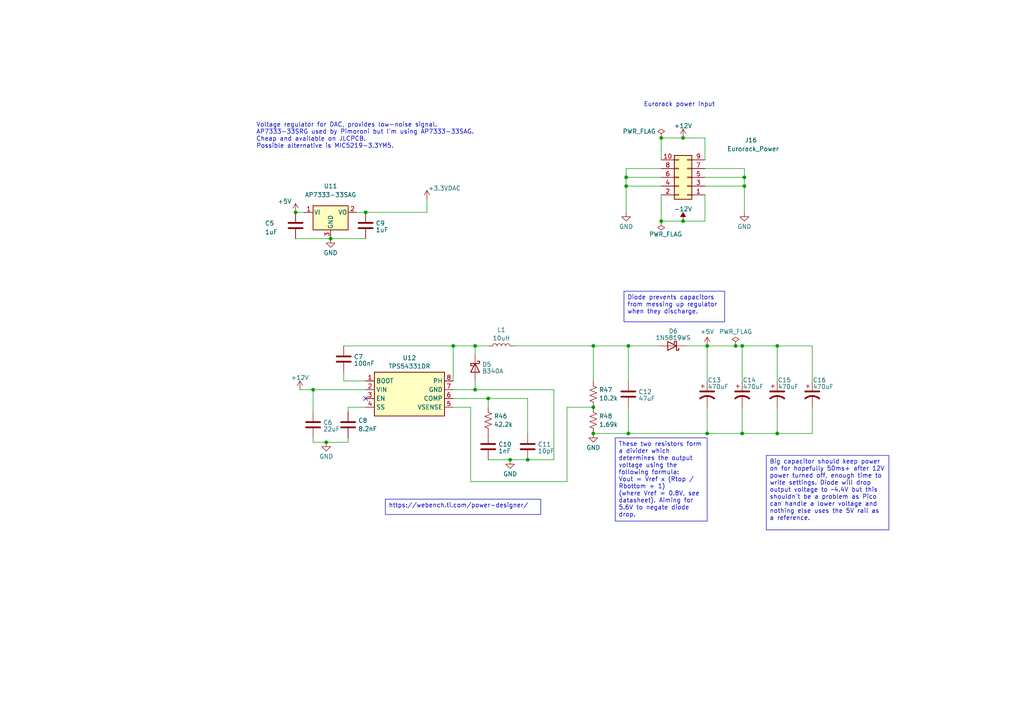
<source format=kicad_sch>
(kicad_sch (version 20250114) (generator "eeschema") (generator_version "9.0")
  (paper "A4")
  (lib_symbols
    (symbol "Connector_Generic:Conn_02x05_Odd_Even" (pin_names (offset 1.016) (hide yes))
      (property "Reference" "J" (at 1.27 7.62 0))
      (property "Value" "Conn_02x05_Odd_Even" (at 1.27 -7.62 0))
      (symbol "Conn_02x05_Odd_Even_1_1"
        (rectangle (start -1.27 6.35) (end 3.81 -6.35) (stroke (width 0.254)) (fill (type background)))
        (rectangle (start -1.27 5.207) (end 0 4.953) (stroke (width 0.1524)))
        (rectangle (start -1.27 2.667) (end 0 2.413) (stroke (width 0.1524)))
        (rectangle (start -1.27 0.127) (end 0 -0.127) (stroke (width 0.1524)))
        (rectangle (start -1.27 -2.413) (end 0 -2.667) (stroke (width 0.1524)))
        (rectangle (start -1.27 -4.953) (end 0 -5.207) (stroke (width 0.1524)))
        (rectangle (start 3.81 5.207) (end 2.54 4.953) (stroke (width 0.1524)))
        (rectangle (start 3.81 2.667) (end 2.54 2.413) (stroke (width 0.1524)))
        (rectangle (start 3.81 0.127) (end 2.54 -0.127) (stroke (width 0.1524)))
        (rectangle (start 3.81 -2.413) (end 2.54 -2.667) (stroke (width 0.1524)))
        (rectangle (start 3.81 -4.953) (end 2.54 -5.207) (stroke (width 0.1524)))
        (pin passive line (at -5.08 5.08 0) (length 3.81) (name "Pin_1") (number "1"))
        (pin passive line (at -5.08 2.54 0) (length 3.81) (name "Pin_3") (number "3"))
        (pin passive line (at -5.08 0 0) (length 3.81) (name "Pin_5") (number "5"))
        (pin passive line (at -5.08 -2.54 0) (length 3.81) (name "Pin_7") (number "7"))
        (pin passive line (at -5.08 -5.08 0) (length 3.81) (name "Pin_9") (number "9"))
        (pin passive line (at 7.62 5.08 180) (length 3.81) (name "Pin_2") (number "2"))
        (pin passive line (at 7.62 2.54 180) (length 3.81) (name "Pin_4") (number "4"))
        (pin passive line (at 7.62 0 180) (length 3.81) (name "Pin_6") (number "6"))
        (pin passive line (at 7.62 -2.54 180) (length 3.81) (name "Pin_8") (number "8"))
        (pin passive line (at 7.62 -5.08 180) (length 3.81) (name "Pin_10") (number "10"))
      )
    )
    (symbol "Device:C" (pin_numbers (hide yes)) (pin_names (offset 0.254))
      (property "Reference" "C" (at 0.635 2.54 0))
      (property "Value" "C" (at 0.635 -2.54 0))
      (symbol "C_0_1"
        (polyline (pts (xy -2.032 0.762) (xy 2.032 0.762)) (stroke (width 0.508)))
        (polyline (pts (xy -2.032 -0.762) (xy 2.032 -0.762)) (stroke (width 0.508)))
      )
      (symbol "C_1_1"
        (pin passive line (at 0 3.81 270) (length 2.794) (name "~") (number "1"))
        (pin passive line (at 0 -3.81 90) (length 2.794) (name "~") (number "2"))
      )
    )
    (symbol "Device:C_Polarized_US" (pin_numbers (hide yes)) (pin_names (offset 0.254) (hide yes))
      (property "Reference" "C" (at 0.635 2.54 0))
      (property "Value" "C_Polarized_US" (at 0.635 -2.54 0))
      (symbol "C_Polarized_US_0_1"
        (polyline (pts (xy -2.032 0.762) (xy 2.032 0.762)) (stroke (width 0.508)))
        (polyline (pts (xy -1.778 2.286) (xy -0.762 2.286)))
        (polyline (pts (xy -1.27 1.778) (xy -1.27 2.794)))
        (arc (start -2.032 -1.27) (mid 0 -0.5572) (end 2.032 -1.27) (stroke (width 0.508)))
      )
      (symbol "C_Polarized_US_1_1"
        (pin passive line (at 0 3.81 270) (length 2.794) (name "~") (number "1"))
        (pin passive line (at 0 -3.81 90) (length 3.302) (name "~") (number "2"))
      )
    )
    (symbol "Device:L" (pin_numbers (hide yes)) (pin_names (offset 1.016) (hide yes))
      (property "Reference" "L" (at -1.27 0 90))
      (property "Value" "L" (at 1.905 0 90))
      (symbol "L_0_1"
        (arc (start 0 2.54) (mid 0.6323 1.905) (end 0 1.27))
        (arc (start 0 1.27) (mid 0.6323 0.635) (end 0 0))
        (arc (start 0 0) (mid 0.6323 -0.635) (end 0 -1.27))
        (arc (start 0 -1.27) (mid 0.6323 -1.905) (end 0 -2.54))
      )
      (symbol "L_1_1"
        (pin passive line (at 0 3.81 270) (length 1.27) (name "1") (number "1"))
        (pin passive line (at 0 -3.81 90) (length 1.27) (name "2") (number "2"))
      )
    )
    (symbol "Device:R_US" (pin_numbers (hide yes)) (pin_names (offset 0))
      (property "Reference" "R" (at 2.54 0 90))
      (property "Value" "R_US" (at -2.54 0 90))
      (symbol "R_US_0_1"
        (polyline (pts (xy 0 2.286) (xy 0 2.54)))
        (polyline (pts (xy 0 2.286) (xy 1.016 1.905) (xy 0 1.524) (xy -1.016 1.143) (xy 0 0.762)))
        (polyline (pts (xy 0 0.762) (xy 1.016 0.381) (xy 0 0) (xy -1.016 -0.381) (xy 0 -0.762)))
        (polyline (pts (xy 0 -0.762) (xy 1.016 -1.143) (xy 0 -1.524) (xy -1.016 -1.905) (xy 0 -2.286)))
        (polyline (pts (xy 0 -2.286) (xy 0 -2.54)))
      )
      (symbol "R_US_1_1"
        (pin passive line (at 0 3.81 270) (length 1.27) (name "~") (number "1"))
        (pin passive line (at 0 -3.81 90) (length 1.27) (name "~") (number "2"))
      )
    )
    (symbol "Diode:1N5819WS" (pin_numbers (hide yes)) (pin_names (offset 1.016) (hide yes))
      (property "Reference" "D" (at 0 2.54 0))
      (property "Value" "1N5819WS" (at 0 -2.54 0))
      (symbol "1N5819WS_0_1"
        (polyline (pts (xy -1.905 0.635) (xy -1.905 1.27) (xy -1.27 1.27) (xy -1.27 -1.27) (xy -0.635 -1.27) (xy -0.635 -0.635)) (stroke (width 0.254)))
        (polyline (pts (xy 1.27 1.27) (xy 1.27 -1.27) (xy -1.27 0) (xy 1.27 1.27)) (stroke (width 0.254)))
        (polyline (pts (xy 1.27 0) (xy -1.27 0)))
      )
      (symbol "1N5819WS_1_1"
        (pin passive line (at -3.81 0 0) (length 2.54) (name "K") (number "1"))
        (pin passive line (at 3.81 0 180) (length 2.54) (name "A") (number "2"))
      )
    )
    (symbol "Diode:B340" (pin_numbers (hide yes)) (pin_names (offset 1.016) (hide yes))
      (property "Reference" "D" (at 0 2.54 0))
      (property "Value" "B340" (at 0 -2.54 0))
      (symbol "B340_0_1"
        (polyline (pts (xy -1.905 0.635) (xy -1.905 1.27) (xy -1.27 1.27) (xy -1.27 -1.27) (xy -0.635 -1.27) (xy -0.635 -0.635)) (stroke (width 0.254)))
        (polyline (pts (xy 1.27 1.27) (xy 1.27 -1.27) (xy -1.27 0) (xy 1.27 1.27)) (stroke (width 0.254)))
        (polyline (pts (xy 1.27 0) (xy -1.27 0)))
      )
      (symbol "B340_1_1"
        (pin passive line (at -3.81 0 0) (length 2.54) (name "K") (number "1"))
        (pin passive line (at 3.81 0 180) (length 2.54) (name "A") (number "2"))
      )
    )
    (symbol "dk2:AP7333-33SAG" (pin_names (offset 0.254))
      (property "Reference" "U11" (at 0 7.62 0))
      (property "Value" "AP7333-33SAG" (at 0 5.08 0))
      (symbol "AP7333-33SAG_0_1"
        (rectangle (start -5.08 -5.08) (end 5.08 1.905) (stroke (width 0.254)) (fill (type background)))
      )
      (symbol "AP7333-33SAG_1_1"
        (pin power_in line (at -7.62 0 0) (length 2.54) (name "VI") (number "1"))
        (pin power_in line (at 0 -7.62 90) (length 2.54) (name "GND") (number "3"))
        (pin power_out line (at 7.62 0 180) (length 2.54) (name "VO") (number "2"))
      )
    )
    (symbol "dk2:TPS54331DR"
      (property "Reference" "U12" (at 0 10.6299 0))
      (property "Value" "TPS54331DR" (at 0 8.7089 0))
      (symbol "TPS54331DR_0_1"
        (rectangle (start -10.16 7.62) (end 10.16 -5.08) (stroke (width 0.254)) (fill (type background)))
      )
      (symbol "TPS54331DR_1_1"
        (pin input line (at -12.7 5.08 0) (length 2.54) (name "BOOT") (number "1"))
        (pin power_in line (at -12.7 2.54 0) (length 2.54) (name "VIN") (number "2"))
        (pin input line (at -12.7 0 0) (length 2.54) (name "EN") (number "3"))
        (pin input line (at -12.7 -2.54 0) (length 2.54) (name "SS") (number "4"))
        (pin output line (at 12.7 5.08 180) (length 2.54) (name "PH") (number "8"))
        (pin power_in line (at 12.7 2.54 180) (length 2.54) (name "GND") (number "7"))
        (pin input line (at 12.7 0 180) (length 2.54) (name "COMP") (number "6"))
        (pin input line (at 12.7 -2.54 180) (length 2.54) (name "VSENSE") (number "5"))
      )
    )
    (symbol "power:+12V" (power) (pin_numbers (hide yes)) (pin_names (offset 0) (hide yes))
      (property "Value" "+12V" (at 0 3.556 0))
      (symbol "+12V_0_1"
        (polyline (pts (xy -0.762 1.27) (xy 0 2.54)))
        (polyline (pts (xy 0 2.54) (xy 0.762 1.27)))
        (polyline (pts (xy 0 0) (xy 0 2.54)))
      )
      (symbol "+12V_1_1"
        (pin power_in line (at 0 0 90) (length 0) (name "~") (number "1"))
      )
    )
    (symbol "power:+3.3VDAC" (power) (pin_numbers (hide yes)) (pin_names (offset 0) (hide yes))
      (property "Value" "+3.3VDAC" (at 0 3.556 0))
      (symbol "+3.3VDAC_0_0"
        (pin power_in line (at 0 0 90) (length 0) (name "~") (number "1"))
      )
      (symbol "+3.3VDAC_0_1"
        (polyline (pts (xy -0.762 1.27) (xy 0 2.54)))
        (polyline (pts (xy 0 2.54) (xy 0.762 1.27)))
        (polyline (pts (xy 0 0) (xy 0 2.54)))
      )
    )
    (symbol "power:+5V" (power) (pin_numbers (hide yes)) (pin_names (offset 0) (hide yes))
      (property "Value" "+5V" (at 0 3.556 0))
      (symbol "+5V_0_1"
        (polyline (pts (xy -0.762 1.27) (xy 0 2.54)))
        (polyline (pts (xy 0 2.54) (xy 0.762 1.27)))
        (polyline (pts (xy 0 0) (xy 0 2.54)))
      )
      (symbol "+5V_1_1"
        (pin power_in line (at 0 0 90) (length 0) (name "~") (number "1"))
      )
    )
    (symbol "power:-12V" (power) (pin_numbers (hide yes)) (pin_names (offset 0) (hide yes))
      (property "Value" "-12V" (at 0 3.556 0))
      (symbol "-12V_0_0"
        (pin power_in line (at 0 0 90) (length 0) (name "~") (number "1"))
      )
      (symbol "-12V_0_1"
        (polyline (pts (xy 0 0) (xy 0 1.27) (xy 0.762 1.27) (xy 0 2.54) (xy -0.762 1.27) (xy 0 1.27)) (fill (type outline)))
      )
    )
    (symbol "power:GND" (power) (pin_numbers (hide yes)) (pin_names (offset 0) (hide yes))
      (property "Value" "GND" (at 0 -3.81 0))
      (symbol "GND_0_1"
        (polyline (pts (xy 0 0) (xy 0 -1.27) (xy 1.27 -1.27) (xy 0 -2.54) (xy -1.27 -1.27) (xy 0 -1.27)))
      )
      (symbol "GND_1_1"
        (pin power_in line (at 0 0 270) (length 0) (name "~") (number "1"))
      )
    )
    (symbol "power:PWR_FLAG" (power) (pin_numbers (hide yes)) (pin_names (offset 0) (hide yes))
      (property "Value" "PWR_FLAG" (at 0 3.81 0))
      (symbol "PWR_FLAG_0_0"
        (pin power_out line (at 0 0 90) (length 0) (name "pwr") (number "1"))
      )
      (symbol "PWR_FLAG_0_1"
        (polyline (pts (xy 0 0) (xy 0 1.27) (xy -1.016 1.905) (xy 0 2.54) (xy 1.016 1.905) (xy 0 1.27)))
      )
    )
  )
  (text "Eurorack power input" (at 186.69 31.115 0) (effects (font (size 1.27 1.27)) (justify left bottom)))
  (text "Voltage regulator for DAC, provides low-noise signal.\nAP7333-33SRG used by Pimoroni but I'm using AP7333-33SAG.\nCheap and available on JLCPCB.\nPossible alternative is MIC5219-3.3YM5." (at 74.295 43.18 0) (effects (font (size 1.27 1.27)) (justify left bottom)))
  (text_box "https://webench.ti.com/power-designer/" (at 111.76 144.78 0) (size 45.085 4.445) (margins 0.9525 0.9525 0.9525 0.9525) (effects (font (size 1.27 1.27)) (justify left top)))
  (text_box "Diode prevents capacitors from messing up regulator when they discharge." (at 180.975 84.455 0) (size 29.21 8.89) (margins 0.9525 0.9525 0.9525 0.9525) (effects (font (size 1.27 1.27)) (justify left top)))
  (text_box "These two resistors form a divider which determines the output voltage using the following formula:\nVout = Vref x (Rtop / Rbottom + 1)\n(where Vref = 0.8V, see datasheet). Aiming for 5.6V to negate diode drop." (at 178.435 127 0) (size 26.67 24.13) (margins 0.9525 0.9525 0.9525 0.9525) (effects (font (size 1.27 1.27)) (justify left top)))
  (text_box "Big capacitor should keep power on for hopefully 50ms+ after 12V power turned off, enough time to write settings. Diode will drop output voltage to ~4.4V but this shouldn't be a problem as Pico can handle a lower voltage and nothing else uses the 5V rail as a reference." (at 222.25 132.08 0) (size 35.56 21.59) (margins 0.9525 0.9525 0.9525 0.9525) (effects (font (size 1.27 1.27)) (justify left top)))
  (junction (at 147.955 133.35))
  (junction (at 225.425 100.33))
  (junction (at 131.445 100.33))
  (junction (at 172.085 125.73))
  (junction (at 182.245 100.33))
  (junction (at 215.9 51.435))
  (junction (at 153.035 133.35))
  (junction (at 181.61 51.435))
  (junction (at 141.605 115.57))
  (junction (at 215.265 125.73))
  (junction (at 106.045 61.595))
  (junction (at 198.12 40.005))
  (junction (at 95.885 69.215))
  (junction (at 215.9 53.975))
  (junction (at 205.105 100.33))
  (junction (at 181.61 53.975))
  (junction (at 191.77 40.005))
  (junction (at 90.805 113.03))
  (junction (at 137.795 113.03))
  (junction (at 137.795 100.33))
  (junction (at 225.425 125.73))
  (junction (at 94.615 128.27))
  (junction (at 198.12 64.135))
  (junction (at 182.245 125.73))
  (junction (at 191.77 64.135))
  (junction (at 213.36 100.33))
  (junction (at 85.725 61.595))
  (junction (at 205.105 125.73))
  (junction (at 172.085 118.11))
  (junction (at 215.265 100.33))
  (junction (at 172.085 100.33))
  (no_connect (at 106.045 115.57))
  (wire (pts (xy 172.085 100.33) (xy 182.245 100.33)))
  (wire (pts (xy 235.585 100.33) (xy 235.585 110.49)))
  (wire (pts (xy 90.805 128.27) (xy 94.615 128.27)))
  (wire (pts (xy 204.47 53.975) (xy 215.9 53.975)))
  (wire (pts (xy 191.77 56.515) (xy 191.77 64.135)))
  (wire (pts (xy 85.725 61.595) (xy 88.265 61.595)))
  (wire (pts (xy 225.425 125.73) (xy 215.265 125.73)))
  (wire (pts (xy 225.425 118.11) (xy 225.425 125.73)))
  (wire (pts (xy 90.805 127) (xy 90.805 128.27)))
  (wire (pts (xy 198.755 100.33) (xy 205.105 100.33)))
  (wire (pts (xy 215.265 118.11) (xy 215.265 125.73)))
  (wire (pts (xy 213.36 100.33) (xy 215.265 100.33)))
  (wire (pts (xy 153.035 133.35) (xy 160.655 133.35)))
  (wire (pts (xy 131.445 113.03) (xy 137.795 113.03)))
  (wire (pts (xy 225.425 100.33) (xy 225.425 110.49)))
  (wire (pts (xy 160.655 133.35) (xy 160.655 113.03)))
  (wire (pts (xy 131.445 100.33) (xy 137.795 100.33)))
  (wire (pts (xy 100.965 119.38) (xy 100.965 118.11)))
  (wire (pts (xy 103.505 61.595) (xy 106.045 61.595)))
  (wire (pts (xy 204.47 40.005) (xy 204.47 46.355)))
  (wire (pts (xy 90.805 113.03) (xy 106.045 113.03)))
  (wire (pts (xy 182.245 100.33) (xy 182.245 110.49)))
  (wire (pts (xy 136.525 139.7) (xy 164.465 139.7)))
  (wire (pts (xy 141.605 115.57) (xy 153.035 115.57)))
  (wire (pts (xy 106.045 110.49) (xy 99.695 110.49)))
  (wire (pts (xy 181.61 51.435) (xy 181.61 53.975)))
  (wire (pts (xy 131.445 110.49) (xy 131.445 100.33)))
  (wire (pts (xy 215.9 53.975) (xy 215.9 61.595)))
  (wire (pts (xy 164.465 118.11) (xy 172.085 118.11)))
  (wire (pts (xy 85.725 69.215) (xy 95.885 69.215)))
  (wire (pts (xy 172.085 100.33) (xy 172.085 110.49)))
  (wire (pts (xy 191.77 64.135) (xy 198.12 64.135)))
  (wire (pts (xy 172.085 125.73) (xy 182.245 125.73)))
  (wire (pts (xy 100.965 118.11) (xy 106.045 118.11)))
  (wire (pts (xy 131.445 115.57) (xy 141.605 115.57)))
  (wire (pts (xy 137.795 113.03) (xy 137.795 110.49)))
  (wire (pts (xy 191.77 40.005) (xy 198.12 40.005)))
  (wire (pts (xy 94.615 128.27) (xy 100.965 128.27)))
  (wire (pts (xy 141.605 115.57) (xy 141.605 118.11)))
  (wire (pts (xy 235.585 125.73) (xy 225.425 125.73)))
  (wire (pts (xy 131.445 118.11) (xy 136.525 118.11)))
  (wire (pts (xy 215.9 48.895) (xy 215.9 51.435)))
  (wire (pts (xy 86.995 113.03) (xy 90.805 113.03)))
  (wire (pts (xy 137.795 100.33) (xy 137.795 102.87)))
  (wire (pts (xy 164.465 139.7) (xy 164.465 118.11)))
  (wire (pts (xy 182.245 125.73) (xy 205.105 125.73)))
  (wire (pts (xy 205.105 100.33) (xy 213.36 100.33)))
  (wire (pts (xy 204.47 48.895) (xy 215.9 48.895)))
  (wire (pts (xy 90.805 119.38) (xy 90.805 113.03)))
  (wire (pts (xy 182.245 100.33) (xy 191.135 100.33)))
  (wire (pts (xy 131.445 100.33) (xy 99.695 100.33)))
  (wire (pts (xy 137.795 113.03) (xy 160.655 113.03)))
  (wire (pts (xy 100.965 128.27) (xy 100.965 127)))
  (wire (pts (xy 181.61 48.895) (xy 181.61 51.435)))
  (wire (pts (xy 205.105 100.33) (xy 205.105 110.49)))
  (wire (pts (xy 191.77 48.895) (xy 181.61 48.895)))
  (wire (pts (xy 181.61 53.975) (xy 181.61 61.595)))
  (wire (pts (xy 147.955 133.35) (xy 153.035 133.35)))
  (wire (pts (xy 191.77 46.355) (xy 191.77 40.005)))
  (wire (pts (xy 198.12 64.135) (xy 204.47 64.135)))
  (wire (pts (xy 123.825 61.595) (xy 123.825 57.785)))
  (wire (pts (xy 106.045 61.595) (xy 123.825 61.595)))
  (wire (pts (xy 141.605 133.35) (xy 147.955 133.35)))
  (wire (pts (xy 215.9 51.435) (xy 215.9 53.975)))
  (wire (pts (xy 95.885 69.215) (xy 106.045 69.215)))
  (wire (pts (xy 215.265 125.73) (xy 205.105 125.73)))
  (wire (pts (xy 137.795 100.33) (xy 141.605 100.33)))
  (wire (pts (xy 205.105 118.11) (xy 205.105 125.73)))
  (wire (pts (xy 191.77 51.435) (xy 181.61 51.435)))
  (wire (pts (xy 99.695 110.49) (xy 99.695 107.95)))
  (wire (pts (xy 215.265 100.33) (xy 225.425 100.33)))
  (wire (pts (xy 215.265 100.33) (xy 215.265 110.49)))
  (wire (pts (xy 149.225 100.33) (xy 172.085 100.33)))
  (wire (pts (xy 136.525 118.11) (xy 136.525 139.7)))
  (wire (pts (xy 182.245 125.73) (xy 182.245 118.11)))
  (wire (pts (xy 204.47 51.435) (xy 215.9 51.435)))
  (wire (pts (xy 191.77 53.975) (xy 181.61 53.975)))
  (wire (pts (xy 225.425 100.33) (xy 235.585 100.33)))
  (wire (pts (xy 153.035 115.57) (xy 153.035 125.73)))
  (wire (pts (xy 198.12 40.005) (xy 204.47 40.005)))
  (wire (pts (xy 204.47 64.135) (xy 204.47 56.515)))
  (wire (pts (xy 235.585 118.11) (xy 235.585 125.73)))
  (symbol (lib_id "power:+3.3VDAC") (at 123.825 57.785 0) (unit 1)
    (property "Reference" "#PWR066" (effects (hide yes)))
    (property "Value" "+3.3VDAC" (at 128.905 54.61 0))
    (property "Description" "Power symbol creates a global label with name \"+3.3VDAC\"" (effects (hide yes)))
  )
  (symbol (lib_id "power:PWR_FLAG") (at 191.77 64.135 0) (mirror x) (unit 1)
    (property "Reference" "#FLG07" (effects (hide yes)))
    (property "Value" "PWR_FLAG" (at 193.04 67.945 0))
  )
  (symbol (lib_id "Device:C") (at 106.045 65.405 0) (unit 1)
    (property "Reference" "C9" (at 108.966 64.7613 0) (effects (justify left)))
    (property "Value" "1uF" (at 108.966 66.6823 0) (effects (justify left)))
    (property "Footprint" "Capacitor_SMD:C_0603_1608Metric" (effects (hide yes)))
  )
  (symbol (lib_id "Device:C") (at 141.605 129.54 0) (unit 1)
    (property "Reference" "C10" (at 144.526 128.8963 0) (effects (justify left)))
    (property "Value" "1nF" (at 144.526 130.8173 0) (effects (justify left)))
    (property "Footprint" "Capacitor_SMD:C_0603_1608Metric" (effects (hide yes)))
  )
  (symbol (lib_id "dk2:AP7333-33SAG") (at 95.885 61.595 0) (unit 1)
    (property "Reference" "U11" (at 95.885 53.975 0))
    (property "Value" "AP7333-33SAG" (at 95.885 56.515 0))
    (property "Footprint" "Package_TO_SOT_SMD:SOT-23" (effects (hide yes)))
    (property "Datasheet" "http://www.zlgmcu.com/Sipex/LDO/PDF/spx2920.pdf" (effects (hide yes)))
  )
  (symbol (lib_id "Device:C_Polarized_US") (at 225.425 114.3 0) (unit 1)
    (property "Reference" "C15" (at 225.552 110.236 0) (effects (justify left)))
    (property "Value" "470uF" (at 225.552 112.157 0) (effects (justify left)))
    (property "Footprint" "Capacitor_SMD:CP_Elec_6.3x7.7" (effects (hide yes)))
  )
  (symbol (lib_id "power:+5V") (at 85.725 61.595 0) (unit 1)
    (property "Reference" "#PWR062" (effects (hide yes)))
    (property "Value" "+5V" (at 82.55 58.42 0))
    (property "Description" "Power symbol creates a global label with name \"+5V\"" (effects (hide yes)))
  )
  (symbol (lib_id "Device:C_Polarized_US") (at 205.105 114.3 0) (unit 1)
    (property "Reference" "C13" (at 205.232 110.236 0) (effects (justify left)))
    (property "Value" "470uF" (at 205.232 112.157 0) (effects (justify left)))
    (property "Footprint" "Capacitor_SMD:CP_Elec_6.3x7.7" (effects (hide yes)))
  )
  (symbol (lib_id "Device:C") (at 153.035 129.54 0) (unit 1)
    (property "Reference" "C11" (at 155.956 128.8963 0) (effects (justify left)))
    (property "Value" "10pF" (at 155.956 130.8173 0) (effects (justify left)))
    (property "Footprint" "Capacitor_SMD:C_0603_1608Metric" (effects (hide yes)))
  )
  (symbol (lib_id "Device:C") (at 100.965 123.19 0) (unit 1)
    (property "Reference" "C8" (at 103.886 121.9778 0) (effects (justify left)))
    (property "Value" "8.2nF" (at 103.886 124.4021 0) (effects (justify left)))
    (property "Footprint" "Capacitor_SMD:C_0603_1608Metric" (effects (hide yes)))
  )
  (symbol (lib_id "power:GND") (at 95.885 69.215 0) (unit 1)
    (property "Reference" "#PWR065" (effects (hide yes)))
    (property "Value" "GND" (at 95.885 73.3481 0))
    (property "Description" "Power symbol creates a global label with name \"GND\" , ground" (effects (hide yes)))
  )
  (symbol (lib_id "power:GND") (at 94.615 128.27 0) (unit 1)
    (property "Reference" "#PWR064" (effects (hide yes)))
    (property "Value" "GND" (at 94.615 132.4031 0))
    (property "Description" "Power symbol creates a global label with name \"GND\" , ground" (effects (hide yes)))
  )
  (symbol (lib_id "power:GND") (at 181.61 61.595 0) (mirror y) (unit 1)
    (property "Reference" "#PWR069" (effects (hide yes)))
    (property "Value" "GND" (at 181.61 65.7281 0))
    (property "Description" "Power symbol creates a global label with name \"GND\" , ground" (effects (hide yes)))
  )
  (symbol (lib_id "Device:L") (at 145.415 100.33 90) (unit 1)
    (property "Reference" "L1" (at 145.415 95.6802 90))
    (property "Value" "10uH" (at 145.415 98.1045 90))
    (property "Footprint" "Inductor_SMD:L_Sunlord_SWPA6045S" (effects (hide yes)))
  )
  (symbol (lib_id "power:+5V") (at 205.105 100.33 0) (unit 1)
    (property "Reference" "#PWR072" (effects (hide yes)))
    (property "Value" "+5V" (at 205.105 96.1969 0))
    (property "Description" "Power symbol creates a global label with name \"+5V\"" (effects (hide yes)))
  )
  (symbol (lib_id "Diode:B340") (at 137.795 106.68 270) (unit 1)
    (property "Reference" "D5" (at 139.827 105.7188 90) (effects (justify left)))
    (property "Value" "B340A" (at 139.827 107.6398 90) (effects (justify left)))
    (property "Footprint" "Diode_SMD:D_SMA" (effects (hide yes)))
    (property "Datasheet" "http://www.jameco.com/Jameco/Products/ProdDS/1538777.pdf" (effects (hide yes)))
  )
  (symbol (lib_id "Device:C") (at 182.245 114.3 0) (unit 1)
    (property "Reference" "C12" (at 185.166 113.6563 0) (effects (justify left)))
    (property "Value" "47uF" (at 185.166 115.5773 0) (effects (justify left)))
    (property "Footprint" "Capacitor_SMD:C_1210_3225Metric" (effects (hide yes)))
  )
  (symbol (lib_id "Device:C_Polarized_US") (at 215.265 114.3 0) (unit 1)
    (property "Reference" "C14" (at 215.392 110.236 0) (effects (justify left)))
    (property "Value" "470uF" (at 215.392 112.157 0) (effects (justify left)))
    (property "Footprint" "Capacitor_SMD:CP_Elec_6.3x7.7" (effects (hide yes)))
  )
  (symbol (lib_id "Device:C_Polarized_US") (at 235.585 114.3 0) (unit 1)
    (property "Reference" "C16" (at 235.712 110.236 0) (effects (justify left)))
    (property "Value" "470uF" (at 235.712 112.157 0) (effects (justify left)))
    (property "Footprint" "Capacitor_SMD:CP_Elec_6.3x7.7" (effects (hide yes)))
  )
  (symbol (lib_id "Device:C") (at 85.725 65.405 0) (unit 1)
    (property "Reference" "C5" (at 76.835 64.77 0) (effects (justify left)))
    (property "Value" "1uF" (at 76.835 67.31 0) (effects (justify left)))
    (property "Footprint" "Capacitor_SMD:C_0603_1608Metric" (effects (hide yes)))
  )
  (symbol (lib_id "power:PWR_FLAG") (at 213.36 100.33 0) (unit 1)
    (property "Reference" "#FLG01" (effects (hide yes)))
    (property "Value" "PWR_FLAG" (at 213.36 96.1969 0))
    (property "Description" "Special symbol for telling ERC where power comes from" (effects (hide yes)))
  )
  (symbol (lib_id "power:PWR_FLAG") (at 191.77 40.005 0) (unit 1)
    (property "Reference" "#FLG06" (effects (hide yes)))
    (property "Value" "PWR_FLAG" (at 185.42 38.1 0))
  )
  (symbol (lib_id "power:GND") (at 172.085 125.73 0) (unit 1)
    (property "Reference" "#PWR068" (effects (hide yes)))
    (property "Value" "GND" (at 172.085 129.8631 0))
    (property "Description" "Power symbol creates a global label with name \"GND\" , ground" (effects (hide yes)))
  )
  (symbol (lib_id "power:-12V") (at 198.12 64.135 0) (unit 1)
    (property "Reference" "#PWR071" (effects (hide yes)))
    (property "Value" "-12V" (at 198.12 60.6331 0))
    (property "Description" "Power symbol creates a global label with name \"-12V\"" (effects (hide yes)))
  )
  (symbol (lib_id "power:+12V") (at 86.995 113.03 0) (unit 1)
    (property "Reference" "#PWR063" (effects (hide yes)))
    (property "Value" "+12V" (at 86.995 109.5281 0))
    (property "Description" "Power symbol creates a global label with name \"+12V\"" (effects (hide yes)))
  )
  (symbol (lib_id "power:+12V") (at 198.12 40.005 0) (unit 1)
    (property "Reference" "#PWR070" (effects (hide yes)))
    (property "Value" "+12V" (at 198.12 36.5031 0))
    (property "Description" "Power symbol creates a global label with name \"+12V\"" (effects (hide yes)))
  )
  (symbol (lib_id "Connector_Generic:Conn_02x05_Odd_Even") (at 199.39 51.435 180) (unit 1)
    (property "Reference" "J16" (at 217.805 40.64 0))
    (property "Value" "Eurorack_Power" (at 218.44 43.18 0))
    (property "Footprint" "Connector_IDC:IDC-Header_2x05_P2.54mm_Vertical" (effects (hide yes)))
  )
  (symbol (lib_id "dk2:TPS54331DR") (at 118.745 115.57 0) (unit 1)
    (property "Reference" "U12" (at 118.745 103.8055 0))
    (property "Value" "TPS54331DR" (at 118.745 106.2298 0))
    (property "Footprint" "Package_SO:SOIC-8_3.9x4.9mm_P1.27mm" (effects (hide yes)))
    (property "Datasheet" "http://www.ti.com/lit/ds/symlink/tps54331.pdf" (effects (hide yes)))
  )
  (symbol (lib_id "Device:R_US") (at 141.605 121.92 0) (unit 1)
    (property "Reference" "R46" (at 143.256 120.7078 0) (effects (justify left)))
    (property "Value" "42.2k" (at 143.256 123.1321 0) (effects (justify left)))
    (property "Footprint" "Resistor_SMD:R_0603_1608Metric" (effects (hide yes)))
  )
  (symbol (lib_id "Device:R_US") (at 172.085 121.92 0) (unit 1)
    (property "Reference" "R48" (at 173.736 120.7078 0) (effects (justify left)))
    (property "Value" "1.69k" (at 173.736 123.1321 0) (effects (justify left)))
    (property "Footprint" "Resistor_SMD:R_0603_1608Metric" (effects (hide yes)))
  )
  (symbol (lib_id "power:GND") (at 147.955 133.35 0) (unit 1)
    (property "Reference" "#PWR067" (effects (hide yes)))
    (property "Value" "GND" (at 147.955 137.4831 0))
    (property "Description" "Power symbol creates a global label with name \"GND\" , ground" (effects (hide yes)))
  )
  (symbol (lib_id "Device:C") (at 99.695 104.14 0) (unit 1)
    (property "Reference" "C7" (at 102.616 103.4963 0) (effects (justify left)))
    (property "Value" "100nF" (at 102.616 105.4173 0) (effects (justify left)))
    (property "Footprint" "Capacitor_SMD:C_0603_1608Metric" (effects (hide yes)))
  )
  (symbol (lib_id "Device:R_US") (at 172.085 114.3 0) (unit 1)
    (property "Reference" "R47" (at 173.736 113.0878 0) (effects (justify left)))
    (property "Value" "10.2k" (at 173.736 115.5121 0) (effects (justify left)))
    (property "Footprint" "Resistor_SMD:R_0603_1608Metric" (effects (hide yes)))
  )
  (symbol (lib_id "Device:C") (at 90.805 123.19 0) (unit 1)
    (property "Reference" "C6" (at 93.726 122.5463 0) (effects (justify left)))
    (property "Value" "22uF" (at 93.726 124.4673 0) (effects (justify left)))
    (property "Footprint" "Capacitor_SMD:C_0805_2012Metric" (effects (hide yes)))
  )
  (symbol (lib_id "Diode:1N5819WS") (at 194.945 100.33 180) (unit 1)
    (property "Reference" "D6" (at 195.2625 96.0501 0))
    (property "Value" "1N5819WS" (at 195.2625 97.9711 0))
    (property "Footprint" "Diode_SMD:D_SOD-323" (effects (hide yes)))
    (property "Datasheet" "https://datasheet.lcsc.com/lcsc/2204281430_Guangdong-Hottech-1N5819WS_C191023.pdf" (effects (hide yes)))
  )
  (symbol (lib_id "power:GND") (at 215.9 61.595 0) (unit 1)
    (property "Reference" "#PWR073" (effects (hide yes)))
    (property "Value" "GND" (at 215.9 65.7281 0))
    (property "Description" "Power symbol creates a global label with name \"GND\" , ground" (effects (hide yes)))
  )
)
</source>
